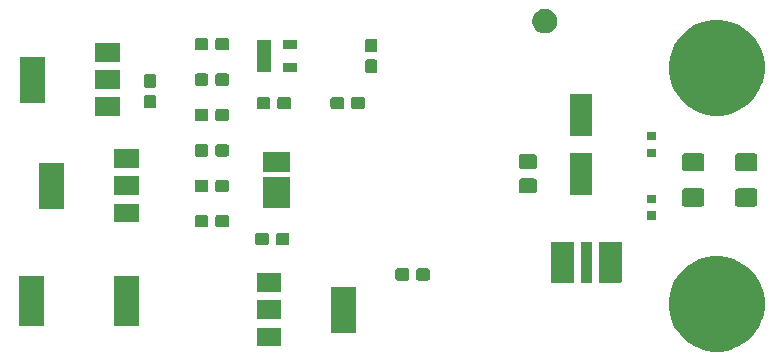
<source format=gbr>
G04 #@! TF.GenerationSoftware,KiCad,Pcbnew,5.1.6+dfsg1-1*
G04 #@! TF.CreationDate,2020-07-15T23:43:31+02:00*
G04 #@! TF.ProjectId,continuity,636f6e74-696e-4756-9974-792e6b696361,rev?*
G04 #@! TF.SameCoordinates,Original*
G04 #@! TF.FileFunction,Soldermask,Top*
G04 #@! TF.FilePolarity,Negative*
%FSLAX46Y46*%
G04 Gerber Fmt 4.6, Leading zero omitted, Abs format (unit mm)*
G04 Created by KiCad (PCBNEW 5.1.6+dfsg1-1) date 2020-07-15 23:43:31*
%MOMM*%
%LPD*%
G01*
G04 APERTURE LIST*
%ADD10C,0.100000*%
G04 APERTURE END LIST*
D10*
G36*
X154681632Y-88604677D02*
G01*
X154987005Y-88731167D01*
X155418868Y-88910050D01*
X156082362Y-89353383D01*
X156646617Y-89917638D01*
X157089950Y-90581132D01*
X157160664Y-90751852D01*
X157395323Y-91318368D01*
X157551000Y-92101010D01*
X157551000Y-92898990D01*
X157395323Y-93681632D01*
X157345879Y-93801000D01*
X157089950Y-94418868D01*
X156646617Y-95082362D01*
X156082362Y-95646617D01*
X155418868Y-96089950D01*
X154987005Y-96268833D01*
X154681632Y-96395323D01*
X153898990Y-96551000D01*
X153101010Y-96551000D01*
X152318368Y-96395323D01*
X152012995Y-96268833D01*
X151581132Y-96089950D01*
X150917638Y-95646617D01*
X150353383Y-95082362D01*
X149910050Y-94418868D01*
X149654121Y-93801000D01*
X149604677Y-93681632D01*
X149449000Y-92898990D01*
X149449000Y-92101010D01*
X149604677Y-91318368D01*
X149839336Y-90751852D01*
X149910050Y-90581132D01*
X150353383Y-89917638D01*
X150917638Y-89353383D01*
X151581132Y-88910050D01*
X152012995Y-88731167D01*
X152318368Y-88604677D01*
X153101010Y-88449000D01*
X153898990Y-88449000D01*
X154681632Y-88604677D01*
G37*
G36*
X116651000Y-96101000D02*
G01*
X114549000Y-96101000D01*
X114549000Y-94499000D01*
X116651000Y-94499000D01*
X116651000Y-96101000D01*
G37*
G36*
X122951000Y-94951000D02*
G01*
X120849000Y-94951000D01*
X120849000Y-91049000D01*
X122951000Y-91049000D01*
X122951000Y-94951000D01*
G37*
G36*
X96551000Y-94401000D02*
G01*
X94449000Y-94401000D01*
X94449000Y-90099000D01*
X96551000Y-90099000D01*
X96551000Y-94401000D01*
G37*
G36*
X104551000Y-94401000D02*
G01*
X102449000Y-94401000D01*
X102449000Y-90099000D01*
X104551000Y-90099000D01*
X104551000Y-94401000D01*
G37*
G36*
X116651000Y-93801000D02*
G01*
X114549000Y-93801000D01*
X114549000Y-92199000D01*
X116651000Y-92199000D01*
X116651000Y-93801000D01*
G37*
G36*
X116651000Y-91501000D02*
G01*
X114549000Y-91501000D01*
X114549000Y-89899000D01*
X116651000Y-89899000D01*
X116651000Y-91501000D01*
G37*
G36*
X145459999Y-87249737D02*
G01*
X145469608Y-87252652D01*
X145478472Y-87257390D01*
X145486237Y-87263763D01*
X145492610Y-87271528D01*
X145497348Y-87280392D01*
X145500263Y-87290001D01*
X145501852Y-87306140D01*
X145501852Y-90523860D01*
X145500263Y-90539999D01*
X145497348Y-90549608D01*
X145492610Y-90558472D01*
X145482323Y-90571007D01*
X145321007Y-90732323D01*
X145308472Y-90742610D01*
X145299608Y-90747348D01*
X145289999Y-90750263D01*
X145273860Y-90751852D01*
X143606140Y-90751852D01*
X143590001Y-90750263D01*
X143580392Y-90747348D01*
X143571528Y-90742610D01*
X143563763Y-90736237D01*
X143557390Y-90728472D01*
X143552652Y-90719608D01*
X143549737Y-90709999D01*
X143548148Y-90693860D01*
X143548148Y-87306140D01*
X143549737Y-87290001D01*
X143552652Y-87280392D01*
X143557390Y-87271528D01*
X143563763Y-87263763D01*
X143571528Y-87257390D01*
X143580392Y-87252652D01*
X143590001Y-87249737D01*
X143606140Y-87248148D01*
X145443860Y-87248148D01*
X145459999Y-87249737D01*
G37*
G36*
X142951000Y-90751000D02*
G01*
X142049000Y-90751000D01*
X142049000Y-87249000D01*
X142951000Y-87249000D01*
X142951000Y-90751000D01*
G37*
G36*
X141451000Y-90751000D02*
G01*
X139499000Y-90751000D01*
X139499000Y-87249000D01*
X141451000Y-87249000D01*
X141451000Y-90751000D01*
G37*
G36*
X129039499Y-89478445D02*
G01*
X129076995Y-89489820D01*
X129111554Y-89508292D01*
X129141847Y-89533153D01*
X129166708Y-89563446D01*
X129185180Y-89598005D01*
X129196555Y-89635501D01*
X129201000Y-89680638D01*
X129201000Y-90319362D01*
X129196555Y-90364499D01*
X129185180Y-90401995D01*
X129166708Y-90436554D01*
X129141847Y-90466847D01*
X129111554Y-90491708D01*
X129076995Y-90510180D01*
X129039499Y-90521555D01*
X128994362Y-90526000D01*
X128255638Y-90526000D01*
X128210501Y-90521555D01*
X128173005Y-90510180D01*
X128138446Y-90491708D01*
X128108153Y-90466847D01*
X128083292Y-90436554D01*
X128064820Y-90401995D01*
X128053445Y-90364499D01*
X128049000Y-90319362D01*
X128049000Y-89680638D01*
X128053445Y-89635501D01*
X128064820Y-89598005D01*
X128083292Y-89563446D01*
X128108153Y-89533153D01*
X128138446Y-89508292D01*
X128173005Y-89489820D01*
X128210501Y-89478445D01*
X128255638Y-89474000D01*
X128994362Y-89474000D01*
X129039499Y-89478445D01*
G37*
G36*
X127289499Y-89478445D02*
G01*
X127326995Y-89489820D01*
X127361554Y-89508292D01*
X127391847Y-89533153D01*
X127416708Y-89563446D01*
X127435180Y-89598005D01*
X127446555Y-89635501D01*
X127451000Y-89680638D01*
X127451000Y-90319362D01*
X127446555Y-90364499D01*
X127435180Y-90401995D01*
X127416708Y-90436554D01*
X127391847Y-90466847D01*
X127361554Y-90491708D01*
X127326995Y-90510180D01*
X127289499Y-90521555D01*
X127244362Y-90526000D01*
X126505638Y-90526000D01*
X126460501Y-90521555D01*
X126423005Y-90510180D01*
X126388446Y-90491708D01*
X126358153Y-90466847D01*
X126333292Y-90436554D01*
X126314820Y-90401995D01*
X126303445Y-90364499D01*
X126299000Y-90319362D01*
X126299000Y-89680638D01*
X126303445Y-89635501D01*
X126314820Y-89598005D01*
X126333292Y-89563446D01*
X126358153Y-89533153D01*
X126388446Y-89508292D01*
X126423005Y-89489820D01*
X126460501Y-89478445D01*
X126505638Y-89474000D01*
X127244362Y-89474000D01*
X127289499Y-89478445D01*
G37*
G36*
X115414499Y-86478445D02*
G01*
X115451995Y-86489820D01*
X115486554Y-86508292D01*
X115516847Y-86533153D01*
X115541708Y-86563446D01*
X115560180Y-86598005D01*
X115571555Y-86635501D01*
X115576000Y-86680638D01*
X115576000Y-87319362D01*
X115571555Y-87364499D01*
X115560180Y-87401995D01*
X115541708Y-87436554D01*
X115516847Y-87466847D01*
X115486554Y-87491708D01*
X115451995Y-87510180D01*
X115414499Y-87521555D01*
X115369362Y-87526000D01*
X114630638Y-87526000D01*
X114585501Y-87521555D01*
X114548005Y-87510180D01*
X114513446Y-87491708D01*
X114483153Y-87466847D01*
X114458292Y-87436554D01*
X114439820Y-87401995D01*
X114428445Y-87364499D01*
X114424000Y-87319362D01*
X114424000Y-86680638D01*
X114428445Y-86635501D01*
X114439820Y-86598005D01*
X114458292Y-86563446D01*
X114483153Y-86533153D01*
X114513446Y-86508292D01*
X114548005Y-86489820D01*
X114585501Y-86478445D01*
X114630638Y-86474000D01*
X115369362Y-86474000D01*
X115414499Y-86478445D01*
G37*
G36*
X117164499Y-86478445D02*
G01*
X117201995Y-86489820D01*
X117236554Y-86508292D01*
X117266847Y-86533153D01*
X117291708Y-86563446D01*
X117310180Y-86598005D01*
X117321555Y-86635501D01*
X117326000Y-86680638D01*
X117326000Y-87319362D01*
X117321555Y-87364499D01*
X117310180Y-87401995D01*
X117291708Y-87436554D01*
X117266847Y-87466847D01*
X117236554Y-87491708D01*
X117201995Y-87510180D01*
X117164499Y-87521555D01*
X117119362Y-87526000D01*
X116380638Y-87526000D01*
X116335501Y-87521555D01*
X116298005Y-87510180D01*
X116263446Y-87491708D01*
X116233153Y-87466847D01*
X116208292Y-87436554D01*
X116189820Y-87401995D01*
X116178445Y-87364499D01*
X116174000Y-87319362D01*
X116174000Y-86680638D01*
X116178445Y-86635501D01*
X116189820Y-86598005D01*
X116208292Y-86563446D01*
X116233153Y-86533153D01*
X116263446Y-86508292D01*
X116298005Y-86489820D01*
X116335501Y-86478445D01*
X116380638Y-86474000D01*
X117119362Y-86474000D01*
X117164499Y-86478445D01*
G37*
G36*
X112039499Y-84978445D02*
G01*
X112076995Y-84989820D01*
X112111554Y-85008292D01*
X112141847Y-85033153D01*
X112166708Y-85063446D01*
X112185180Y-85098005D01*
X112196555Y-85135501D01*
X112201000Y-85180638D01*
X112201000Y-85819362D01*
X112196555Y-85864499D01*
X112185180Y-85901995D01*
X112166708Y-85936554D01*
X112141847Y-85966847D01*
X112111554Y-85991708D01*
X112076995Y-86010180D01*
X112039499Y-86021555D01*
X111994362Y-86026000D01*
X111255638Y-86026000D01*
X111210501Y-86021555D01*
X111173005Y-86010180D01*
X111138446Y-85991708D01*
X111108153Y-85966847D01*
X111083292Y-85936554D01*
X111064820Y-85901995D01*
X111053445Y-85864499D01*
X111049000Y-85819362D01*
X111049000Y-85180638D01*
X111053445Y-85135501D01*
X111064820Y-85098005D01*
X111083292Y-85063446D01*
X111108153Y-85033153D01*
X111138446Y-85008292D01*
X111173005Y-84989820D01*
X111210501Y-84978445D01*
X111255638Y-84974000D01*
X111994362Y-84974000D01*
X112039499Y-84978445D01*
G37*
G36*
X110289499Y-84978445D02*
G01*
X110326995Y-84989820D01*
X110361554Y-85008292D01*
X110391847Y-85033153D01*
X110416708Y-85063446D01*
X110435180Y-85098005D01*
X110446555Y-85135501D01*
X110451000Y-85180638D01*
X110451000Y-85819362D01*
X110446555Y-85864499D01*
X110435180Y-85901995D01*
X110416708Y-85936554D01*
X110391847Y-85966847D01*
X110361554Y-85991708D01*
X110326995Y-86010180D01*
X110289499Y-86021555D01*
X110244362Y-86026000D01*
X109505638Y-86026000D01*
X109460501Y-86021555D01*
X109423005Y-86010180D01*
X109388446Y-85991708D01*
X109358153Y-85966847D01*
X109333292Y-85936554D01*
X109314820Y-85901995D01*
X109303445Y-85864499D01*
X109299000Y-85819362D01*
X109299000Y-85180638D01*
X109303445Y-85135501D01*
X109314820Y-85098005D01*
X109333292Y-85063446D01*
X109358153Y-85033153D01*
X109388446Y-85008292D01*
X109423005Y-84989820D01*
X109460501Y-84978445D01*
X109505638Y-84974000D01*
X110244362Y-84974000D01*
X110289499Y-84978445D01*
G37*
G36*
X104551000Y-85601000D02*
G01*
X102449000Y-85601000D01*
X102449000Y-83999000D01*
X104551000Y-83999000D01*
X104551000Y-85601000D01*
G37*
G36*
X148401000Y-85351000D02*
G01*
X147599000Y-85351000D01*
X147599000Y-84649000D01*
X148401000Y-84649000D01*
X148401000Y-85351000D01*
G37*
G36*
X98251000Y-84451000D02*
G01*
X96149000Y-84451000D01*
X96149000Y-80549000D01*
X98251000Y-80549000D01*
X98251000Y-84451000D01*
G37*
G36*
X117401000Y-84351000D02*
G01*
X115099000Y-84351000D01*
X115099000Y-81749000D01*
X117401000Y-81749000D01*
X117401000Y-84351000D01*
G37*
G36*
X156775562Y-82728181D02*
G01*
X156810481Y-82738774D01*
X156842663Y-82755976D01*
X156870873Y-82779127D01*
X156894024Y-82807337D01*
X156911226Y-82839519D01*
X156921819Y-82874438D01*
X156926000Y-82916895D01*
X156926000Y-84058105D01*
X156921819Y-84100562D01*
X156911226Y-84135481D01*
X156894024Y-84167663D01*
X156870873Y-84195873D01*
X156842663Y-84219024D01*
X156810481Y-84236226D01*
X156775562Y-84246819D01*
X156733105Y-84251000D01*
X155266895Y-84251000D01*
X155224438Y-84246819D01*
X155189519Y-84236226D01*
X155157337Y-84219024D01*
X155129127Y-84195873D01*
X155105976Y-84167663D01*
X155088774Y-84135481D01*
X155078181Y-84100562D01*
X155074000Y-84058105D01*
X155074000Y-82916895D01*
X155078181Y-82874438D01*
X155088774Y-82839519D01*
X155105976Y-82807337D01*
X155129127Y-82779127D01*
X155157337Y-82755976D01*
X155189519Y-82738774D01*
X155224438Y-82728181D01*
X155266895Y-82724000D01*
X156733105Y-82724000D01*
X156775562Y-82728181D01*
G37*
G36*
X152275562Y-82728181D02*
G01*
X152310481Y-82738774D01*
X152342663Y-82755976D01*
X152370873Y-82779127D01*
X152394024Y-82807337D01*
X152411226Y-82839519D01*
X152421819Y-82874438D01*
X152426000Y-82916895D01*
X152426000Y-84058105D01*
X152421819Y-84100562D01*
X152411226Y-84135481D01*
X152394024Y-84167663D01*
X152370873Y-84195873D01*
X152342663Y-84219024D01*
X152310481Y-84236226D01*
X152275562Y-84246819D01*
X152233105Y-84251000D01*
X150766895Y-84251000D01*
X150724438Y-84246819D01*
X150689519Y-84236226D01*
X150657337Y-84219024D01*
X150629127Y-84195873D01*
X150605976Y-84167663D01*
X150588774Y-84135481D01*
X150578181Y-84100562D01*
X150574000Y-84058105D01*
X150574000Y-82916895D01*
X150578181Y-82874438D01*
X150588774Y-82839519D01*
X150605976Y-82807337D01*
X150629127Y-82779127D01*
X150657337Y-82755976D01*
X150689519Y-82738774D01*
X150724438Y-82728181D01*
X150766895Y-82724000D01*
X152233105Y-82724000D01*
X152275562Y-82728181D01*
G37*
G36*
X148401000Y-83951000D02*
G01*
X147599000Y-83951000D01*
X147599000Y-83249000D01*
X148401000Y-83249000D01*
X148401000Y-83951000D01*
G37*
G36*
X142951000Y-83301000D02*
G01*
X141049000Y-83301000D01*
X141049000Y-79699000D01*
X142951000Y-79699000D01*
X142951000Y-83301000D01*
G37*
G36*
X104551000Y-83301000D02*
G01*
X102449000Y-83301000D01*
X102449000Y-81699000D01*
X104551000Y-81699000D01*
X104551000Y-83301000D01*
G37*
G36*
X138088674Y-81878465D02*
G01*
X138126367Y-81889899D01*
X138161103Y-81908466D01*
X138191548Y-81933452D01*
X138216534Y-81963897D01*
X138235101Y-81998633D01*
X138246535Y-82036326D01*
X138251000Y-82081661D01*
X138251000Y-82918339D01*
X138246535Y-82963674D01*
X138235101Y-83001367D01*
X138216534Y-83036103D01*
X138191548Y-83066548D01*
X138161103Y-83091534D01*
X138126367Y-83110101D01*
X138088674Y-83121535D01*
X138043339Y-83126000D01*
X136956661Y-83126000D01*
X136911326Y-83121535D01*
X136873633Y-83110101D01*
X136838897Y-83091534D01*
X136808452Y-83066548D01*
X136783466Y-83036103D01*
X136764899Y-83001367D01*
X136753465Y-82963674D01*
X136749000Y-82918339D01*
X136749000Y-82081661D01*
X136753465Y-82036326D01*
X136764899Y-81998633D01*
X136783466Y-81963897D01*
X136808452Y-81933452D01*
X136838897Y-81908466D01*
X136873633Y-81889899D01*
X136911326Y-81878465D01*
X136956661Y-81874000D01*
X138043339Y-81874000D01*
X138088674Y-81878465D01*
G37*
G36*
X110289499Y-81978445D02*
G01*
X110326995Y-81989820D01*
X110361554Y-82008292D01*
X110391847Y-82033153D01*
X110416708Y-82063446D01*
X110435180Y-82098005D01*
X110446555Y-82135501D01*
X110451000Y-82180638D01*
X110451000Y-82819362D01*
X110446555Y-82864499D01*
X110435180Y-82901995D01*
X110416708Y-82936554D01*
X110391847Y-82966847D01*
X110361554Y-82991708D01*
X110326995Y-83010180D01*
X110289499Y-83021555D01*
X110244362Y-83026000D01*
X109505638Y-83026000D01*
X109460501Y-83021555D01*
X109423005Y-83010180D01*
X109388446Y-82991708D01*
X109358153Y-82966847D01*
X109333292Y-82936554D01*
X109314820Y-82901995D01*
X109303445Y-82864499D01*
X109299000Y-82819362D01*
X109299000Y-82180638D01*
X109303445Y-82135501D01*
X109314820Y-82098005D01*
X109333292Y-82063446D01*
X109358153Y-82033153D01*
X109388446Y-82008292D01*
X109423005Y-81989820D01*
X109460501Y-81978445D01*
X109505638Y-81974000D01*
X110244362Y-81974000D01*
X110289499Y-81978445D01*
G37*
G36*
X112039499Y-81978445D02*
G01*
X112076995Y-81989820D01*
X112111554Y-82008292D01*
X112141847Y-82033153D01*
X112166708Y-82063446D01*
X112185180Y-82098005D01*
X112196555Y-82135501D01*
X112201000Y-82180638D01*
X112201000Y-82819362D01*
X112196555Y-82864499D01*
X112185180Y-82901995D01*
X112166708Y-82936554D01*
X112141847Y-82966847D01*
X112111554Y-82991708D01*
X112076995Y-83010180D01*
X112039499Y-83021555D01*
X111994362Y-83026000D01*
X111255638Y-83026000D01*
X111210501Y-83021555D01*
X111173005Y-83010180D01*
X111138446Y-82991708D01*
X111108153Y-82966847D01*
X111083292Y-82936554D01*
X111064820Y-82901995D01*
X111053445Y-82864499D01*
X111049000Y-82819362D01*
X111049000Y-82180638D01*
X111053445Y-82135501D01*
X111064820Y-82098005D01*
X111083292Y-82063446D01*
X111108153Y-82033153D01*
X111138446Y-82008292D01*
X111173005Y-81989820D01*
X111210501Y-81978445D01*
X111255638Y-81974000D01*
X111994362Y-81974000D01*
X112039499Y-81978445D01*
G37*
G36*
X117401000Y-81301000D02*
G01*
X115099000Y-81301000D01*
X115099000Y-79649000D01*
X117401000Y-79649000D01*
X117401000Y-81301000D01*
G37*
G36*
X152275562Y-79753181D02*
G01*
X152310481Y-79763774D01*
X152342663Y-79780976D01*
X152370873Y-79804127D01*
X152394024Y-79832337D01*
X152411226Y-79864519D01*
X152421819Y-79899438D01*
X152426000Y-79941895D01*
X152426000Y-81083105D01*
X152421819Y-81125562D01*
X152411226Y-81160481D01*
X152394024Y-81192663D01*
X152370873Y-81220873D01*
X152342663Y-81244024D01*
X152310481Y-81261226D01*
X152275562Y-81271819D01*
X152233105Y-81276000D01*
X150766895Y-81276000D01*
X150724438Y-81271819D01*
X150689519Y-81261226D01*
X150657337Y-81244024D01*
X150629127Y-81220873D01*
X150605976Y-81192663D01*
X150588774Y-81160481D01*
X150578181Y-81125562D01*
X150574000Y-81083105D01*
X150574000Y-79941895D01*
X150578181Y-79899438D01*
X150588774Y-79864519D01*
X150605976Y-79832337D01*
X150629127Y-79804127D01*
X150657337Y-79780976D01*
X150689519Y-79763774D01*
X150724438Y-79753181D01*
X150766895Y-79749000D01*
X152233105Y-79749000D01*
X152275562Y-79753181D01*
G37*
G36*
X156775562Y-79753181D02*
G01*
X156810481Y-79763774D01*
X156842663Y-79780976D01*
X156870873Y-79804127D01*
X156894024Y-79832337D01*
X156911226Y-79864519D01*
X156921819Y-79899438D01*
X156926000Y-79941895D01*
X156926000Y-81083105D01*
X156921819Y-81125562D01*
X156911226Y-81160481D01*
X156894024Y-81192663D01*
X156870873Y-81220873D01*
X156842663Y-81244024D01*
X156810481Y-81261226D01*
X156775562Y-81271819D01*
X156733105Y-81276000D01*
X155266895Y-81276000D01*
X155224438Y-81271819D01*
X155189519Y-81261226D01*
X155157337Y-81244024D01*
X155129127Y-81220873D01*
X155105976Y-81192663D01*
X155088774Y-81160481D01*
X155078181Y-81125562D01*
X155074000Y-81083105D01*
X155074000Y-79941895D01*
X155078181Y-79899438D01*
X155088774Y-79864519D01*
X155105976Y-79832337D01*
X155129127Y-79804127D01*
X155157337Y-79780976D01*
X155189519Y-79763774D01*
X155224438Y-79753181D01*
X155266895Y-79749000D01*
X156733105Y-79749000D01*
X156775562Y-79753181D01*
G37*
G36*
X138088674Y-79828465D02*
G01*
X138126367Y-79839899D01*
X138161103Y-79858466D01*
X138191548Y-79883452D01*
X138216534Y-79913897D01*
X138235101Y-79948633D01*
X138246535Y-79986326D01*
X138251000Y-80031661D01*
X138251000Y-80868339D01*
X138246535Y-80913674D01*
X138235101Y-80951367D01*
X138216534Y-80986103D01*
X138191548Y-81016548D01*
X138161103Y-81041534D01*
X138126367Y-81060101D01*
X138088674Y-81071535D01*
X138043339Y-81076000D01*
X136956661Y-81076000D01*
X136911326Y-81071535D01*
X136873633Y-81060101D01*
X136838897Y-81041534D01*
X136808452Y-81016548D01*
X136783466Y-80986103D01*
X136764899Y-80951367D01*
X136753465Y-80913674D01*
X136749000Y-80868339D01*
X136749000Y-80031661D01*
X136753465Y-79986326D01*
X136764899Y-79948633D01*
X136783466Y-79913897D01*
X136808452Y-79883452D01*
X136838897Y-79858466D01*
X136873633Y-79839899D01*
X136911326Y-79828465D01*
X136956661Y-79824000D01*
X138043339Y-79824000D01*
X138088674Y-79828465D01*
G37*
G36*
X104551000Y-81001000D02*
G01*
X102449000Y-81001000D01*
X102449000Y-79399000D01*
X104551000Y-79399000D01*
X104551000Y-81001000D01*
G37*
G36*
X148401000Y-80051000D02*
G01*
X147599000Y-80051000D01*
X147599000Y-79349000D01*
X148401000Y-79349000D01*
X148401000Y-80051000D01*
G37*
G36*
X112039499Y-78978445D02*
G01*
X112076995Y-78989820D01*
X112111554Y-79008292D01*
X112141847Y-79033153D01*
X112166708Y-79063446D01*
X112185180Y-79098005D01*
X112196555Y-79135501D01*
X112201000Y-79180638D01*
X112201000Y-79819362D01*
X112196555Y-79864499D01*
X112185180Y-79901995D01*
X112166708Y-79936554D01*
X112141847Y-79966847D01*
X112111554Y-79991708D01*
X112076995Y-80010180D01*
X112039499Y-80021555D01*
X111994362Y-80026000D01*
X111255638Y-80026000D01*
X111210501Y-80021555D01*
X111173005Y-80010180D01*
X111138446Y-79991708D01*
X111108153Y-79966847D01*
X111083292Y-79936554D01*
X111064820Y-79901995D01*
X111053445Y-79864499D01*
X111049000Y-79819362D01*
X111049000Y-79180638D01*
X111053445Y-79135501D01*
X111064820Y-79098005D01*
X111083292Y-79063446D01*
X111108153Y-79033153D01*
X111138446Y-79008292D01*
X111173005Y-78989820D01*
X111210501Y-78978445D01*
X111255638Y-78974000D01*
X111994362Y-78974000D01*
X112039499Y-78978445D01*
G37*
G36*
X110289499Y-78978445D02*
G01*
X110326995Y-78989820D01*
X110361554Y-79008292D01*
X110391847Y-79033153D01*
X110416708Y-79063446D01*
X110435180Y-79098005D01*
X110446555Y-79135501D01*
X110451000Y-79180638D01*
X110451000Y-79819362D01*
X110446555Y-79864499D01*
X110435180Y-79901995D01*
X110416708Y-79936554D01*
X110391847Y-79966847D01*
X110361554Y-79991708D01*
X110326995Y-80010180D01*
X110289499Y-80021555D01*
X110244362Y-80026000D01*
X109505638Y-80026000D01*
X109460501Y-80021555D01*
X109423005Y-80010180D01*
X109388446Y-79991708D01*
X109358153Y-79966847D01*
X109333292Y-79936554D01*
X109314820Y-79901995D01*
X109303445Y-79864499D01*
X109299000Y-79819362D01*
X109299000Y-79180638D01*
X109303445Y-79135501D01*
X109314820Y-79098005D01*
X109333292Y-79063446D01*
X109358153Y-79033153D01*
X109388446Y-79008292D01*
X109423005Y-78989820D01*
X109460501Y-78978445D01*
X109505638Y-78974000D01*
X110244362Y-78974000D01*
X110289499Y-78978445D01*
G37*
G36*
X148401000Y-78651000D02*
G01*
X147599000Y-78651000D01*
X147599000Y-77949000D01*
X148401000Y-77949000D01*
X148401000Y-78651000D01*
G37*
G36*
X142951000Y-78301000D02*
G01*
X141049000Y-78301000D01*
X141049000Y-74699000D01*
X142951000Y-74699000D01*
X142951000Y-78301000D01*
G37*
G36*
X112039499Y-75978445D02*
G01*
X112076995Y-75989820D01*
X112111554Y-76008292D01*
X112141847Y-76033153D01*
X112166708Y-76063446D01*
X112185180Y-76098005D01*
X112196555Y-76135501D01*
X112201000Y-76180638D01*
X112201000Y-76819362D01*
X112196555Y-76864499D01*
X112185180Y-76901995D01*
X112166708Y-76936554D01*
X112141847Y-76966847D01*
X112111554Y-76991708D01*
X112076995Y-77010180D01*
X112039499Y-77021555D01*
X111994362Y-77026000D01*
X111255638Y-77026000D01*
X111210501Y-77021555D01*
X111173005Y-77010180D01*
X111138446Y-76991708D01*
X111108153Y-76966847D01*
X111083292Y-76936554D01*
X111064820Y-76901995D01*
X111053445Y-76864499D01*
X111049000Y-76819362D01*
X111049000Y-76180638D01*
X111053445Y-76135501D01*
X111064820Y-76098005D01*
X111083292Y-76063446D01*
X111108153Y-76033153D01*
X111138446Y-76008292D01*
X111173005Y-75989820D01*
X111210501Y-75978445D01*
X111255638Y-75974000D01*
X111994362Y-75974000D01*
X112039499Y-75978445D01*
G37*
G36*
X110289499Y-75978445D02*
G01*
X110326995Y-75989820D01*
X110361554Y-76008292D01*
X110391847Y-76033153D01*
X110416708Y-76063446D01*
X110435180Y-76098005D01*
X110446555Y-76135501D01*
X110451000Y-76180638D01*
X110451000Y-76819362D01*
X110446555Y-76864499D01*
X110435180Y-76901995D01*
X110416708Y-76936554D01*
X110391847Y-76966847D01*
X110361554Y-76991708D01*
X110326995Y-77010180D01*
X110289499Y-77021555D01*
X110244362Y-77026000D01*
X109505638Y-77026000D01*
X109460501Y-77021555D01*
X109423005Y-77010180D01*
X109388446Y-76991708D01*
X109358153Y-76966847D01*
X109333292Y-76936554D01*
X109314820Y-76901995D01*
X109303445Y-76864499D01*
X109299000Y-76819362D01*
X109299000Y-76180638D01*
X109303445Y-76135501D01*
X109314820Y-76098005D01*
X109333292Y-76063446D01*
X109358153Y-76033153D01*
X109388446Y-76008292D01*
X109423005Y-75989820D01*
X109460501Y-75978445D01*
X109505638Y-75974000D01*
X110244362Y-75974000D01*
X110289499Y-75978445D01*
G37*
G36*
X102951000Y-76601000D02*
G01*
X100849000Y-76601000D01*
X100849000Y-74999000D01*
X102951000Y-74999000D01*
X102951000Y-76601000D01*
G37*
G36*
X154681632Y-68604677D02*
G01*
X154987005Y-68731167D01*
X155418868Y-68910050D01*
X156082362Y-69353383D01*
X156646617Y-69917638D01*
X157089950Y-70581132D01*
X157237170Y-70936554D01*
X157395323Y-71318368D01*
X157551000Y-72101010D01*
X157551000Y-72898990D01*
X157395323Y-73681632D01*
X157361619Y-73763000D01*
X157089950Y-74418868D01*
X156646617Y-75082362D01*
X156082362Y-75646617D01*
X155418868Y-76089950D01*
X155063857Y-76237000D01*
X154681632Y-76395323D01*
X153898990Y-76551000D01*
X153101010Y-76551000D01*
X152318368Y-76395323D01*
X151936143Y-76237000D01*
X151581132Y-76089950D01*
X150917638Y-75646617D01*
X150353383Y-75082362D01*
X149910050Y-74418868D01*
X149638381Y-73763000D01*
X149604677Y-73681632D01*
X149449000Y-72898990D01*
X149449000Y-72101010D01*
X149604677Y-71318368D01*
X149762830Y-70936554D01*
X149910050Y-70581132D01*
X150353383Y-69917638D01*
X150917638Y-69353383D01*
X151581132Y-68910050D01*
X152012995Y-68731167D01*
X152318368Y-68604677D01*
X153101010Y-68449000D01*
X153898990Y-68449000D01*
X154681632Y-68604677D01*
G37*
G36*
X115539499Y-74978445D02*
G01*
X115576995Y-74989820D01*
X115611554Y-75008292D01*
X115641847Y-75033153D01*
X115666708Y-75063446D01*
X115685180Y-75098005D01*
X115696555Y-75135501D01*
X115701000Y-75180638D01*
X115701000Y-75819362D01*
X115696555Y-75864499D01*
X115685180Y-75901995D01*
X115666708Y-75936554D01*
X115641847Y-75966847D01*
X115611554Y-75991708D01*
X115576995Y-76010180D01*
X115539499Y-76021555D01*
X115494362Y-76026000D01*
X114755638Y-76026000D01*
X114710501Y-76021555D01*
X114673005Y-76010180D01*
X114638446Y-75991708D01*
X114608153Y-75966847D01*
X114583292Y-75936554D01*
X114564820Y-75901995D01*
X114553445Y-75864499D01*
X114549000Y-75819362D01*
X114549000Y-75180638D01*
X114553445Y-75135501D01*
X114564820Y-75098005D01*
X114583292Y-75063446D01*
X114608153Y-75033153D01*
X114638446Y-75008292D01*
X114673005Y-74989820D01*
X114710501Y-74978445D01*
X114755638Y-74974000D01*
X115494362Y-74974000D01*
X115539499Y-74978445D01*
G37*
G36*
X117289499Y-74978445D02*
G01*
X117326995Y-74989820D01*
X117361554Y-75008292D01*
X117391847Y-75033153D01*
X117416708Y-75063446D01*
X117435180Y-75098005D01*
X117446555Y-75135501D01*
X117451000Y-75180638D01*
X117451000Y-75819362D01*
X117446555Y-75864499D01*
X117435180Y-75901995D01*
X117416708Y-75936554D01*
X117391847Y-75966847D01*
X117361554Y-75991708D01*
X117326995Y-76010180D01*
X117289499Y-76021555D01*
X117244362Y-76026000D01*
X116505638Y-76026000D01*
X116460501Y-76021555D01*
X116423005Y-76010180D01*
X116388446Y-75991708D01*
X116358153Y-75966847D01*
X116333292Y-75936554D01*
X116314820Y-75901995D01*
X116303445Y-75864499D01*
X116299000Y-75819362D01*
X116299000Y-75180638D01*
X116303445Y-75135501D01*
X116314820Y-75098005D01*
X116333292Y-75063446D01*
X116358153Y-75033153D01*
X116388446Y-75008292D01*
X116423005Y-74989820D01*
X116460501Y-74978445D01*
X116505638Y-74974000D01*
X117244362Y-74974000D01*
X117289499Y-74978445D01*
G37*
G36*
X123539499Y-74978445D02*
G01*
X123576995Y-74989820D01*
X123611554Y-75008292D01*
X123641847Y-75033153D01*
X123666708Y-75063446D01*
X123685180Y-75098005D01*
X123696555Y-75135501D01*
X123701000Y-75180638D01*
X123701000Y-75819362D01*
X123696555Y-75864499D01*
X123685180Y-75901995D01*
X123666708Y-75936554D01*
X123641847Y-75966847D01*
X123611554Y-75991708D01*
X123576995Y-76010180D01*
X123539499Y-76021555D01*
X123494362Y-76026000D01*
X122755638Y-76026000D01*
X122710501Y-76021555D01*
X122673005Y-76010180D01*
X122638446Y-75991708D01*
X122608153Y-75966847D01*
X122583292Y-75936554D01*
X122564820Y-75901995D01*
X122553445Y-75864499D01*
X122549000Y-75819362D01*
X122549000Y-75180638D01*
X122553445Y-75135501D01*
X122564820Y-75098005D01*
X122583292Y-75063446D01*
X122608153Y-75033153D01*
X122638446Y-75008292D01*
X122673005Y-74989820D01*
X122710501Y-74978445D01*
X122755638Y-74974000D01*
X123494362Y-74974000D01*
X123539499Y-74978445D01*
G37*
G36*
X121789499Y-74978445D02*
G01*
X121826995Y-74989820D01*
X121861554Y-75008292D01*
X121891847Y-75033153D01*
X121916708Y-75063446D01*
X121935180Y-75098005D01*
X121946555Y-75135501D01*
X121951000Y-75180638D01*
X121951000Y-75819362D01*
X121946555Y-75864499D01*
X121935180Y-75901995D01*
X121916708Y-75936554D01*
X121891847Y-75966847D01*
X121861554Y-75991708D01*
X121826995Y-76010180D01*
X121789499Y-76021555D01*
X121744362Y-76026000D01*
X121005638Y-76026000D01*
X120960501Y-76021555D01*
X120923005Y-76010180D01*
X120888446Y-75991708D01*
X120858153Y-75966847D01*
X120833292Y-75936554D01*
X120814820Y-75901995D01*
X120803445Y-75864499D01*
X120799000Y-75819362D01*
X120799000Y-75180638D01*
X120803445Y-75135501D01*
X120814820Y-75098005D01*
X120833292Y-75063446D01*
X120858153Y-75033153D01*
X120888446Y-75008292D01*
X120923005Y-74989820D01*
X120960501Y-74978445D01*
X121005638Y-74974000D01*
X121744362Y-74974000D01*
X121789499Y-74978445D01*
G37*
G36*
X105864499Y-74803445D02*
G01*
X105901995Y-74814820D01*
X105936554Y-74833292D01*
X105966847Y-74858153D01*
X105991708Y-74888446D01*
X106010180Y-74923005D01*
X106021555Y-74960501D01*
X106026000Y-75005638D01*
X106026000Y-75744362D01*
X106021555Y-75789499D01*
X106010180Y-75826995D01*
X105991708Y-75861554D01*
X105966847Y-75891847D01*
X105936554Y-75916708D01*
X105901995Y-75935180D01*
X105864499Y-75946555D01*
X105819362Y-75951000D01*
X105180638Y-75951000D01*
X105135501Y-75946555D01*
X105098005Y-75935180D01*
X105063446Y-75916708D01*
X105033153Y-75891847D01*
X105008292Y-75861554D01*
X104989820Y-75826995D01*
X104978445Y-75789499D01*
X104974000Y-75744362D01*
X104974000Y-75005638D01*
X104978445Y-74960501D01*
X104989820Y-74923005D01*
X105008292Y-74888446D01*
X105033153Y-74858153D01*
X105063446Y-74833292D01*
X105098005Y-74814820D01*
X105135501Y-74803445D01*
X105180638Y-74799000D01*
X105819362Y-74799000D01*
X105864499Y-74803445D01*
G37*
G36*
X96651000Y-75451000D02*
G01*
X94549000Y-75451000D01*
X94549000Y-71549000D01*
X96651000Y-71549000D01*
X96651000Y-75451000D01*
G37*
G36*
X102951000Y-74301000D02*
G01*
X100849000Y-74301000D01*
X100849000Y-72699000D01*
X102951000Y-72699000D01*
X102951000Y-74301000D01*
G37*
G36*
X105864499Y-73053445D02*
G01*
X105901995Y-73064820D01*
X105936554Y-73083292D01*
X105966847Y-73108153D01*
X105991708Y-73138446D01*
X106010180Y-73173005D01*
X106021555Y-73210501D01*
X106026000Y-73255638D01*
X106026000Y-73994362D01*
X106021555Y-74039499D01*
X106010180Y-74076995D01*
X105991708Y-74111554D01*
X105966847Y-74141847D01*
X105936554Y-74166708D01*
X105901995Y-74185180D01*
X105864499Y-74196555D01*
X105819362Y-74201000D01*
X105180638Y-74201000D01*
X105135501Y-74196555D01*
X105098005Y-74185180D01*
X105063446Y-74166708D01*
X105033153Y-74141847D01*
X105008292Y-74111554D01*
X104989820Y-74076995D01*
X104978445Y-74039499D01*
X104974000Y-73994362D01*
X104974000Y-73255638D01*
X104978445Y-73210501D01*
X104989820Y-73173005D01*
X105008292Y-73138446D01*
X105033153Y-73108153D01*
X105063446Y-73083292D01*
X105098005Y-73064820D01*
X105135501Y-73053445D01*
X105180638Y-73049000D01*
X105819362Y-73049000D01*
X105864499Y-73053445D01*
G37*
G36*
X112039499Y-72978445D02*
G01*
X112076995Y-72989820D01*
X112111554Y-73008292D01*
X112141847Y-73033153D01*
X112166708Y-73063446D01*
X112185180Y-73098005D01*
X112196555Y-73135501D01*
X112201000Y-73180638D01*
X112201000Y-73819362D01*
X112196555Y-73864499D01*
X112185180Y-73901995D01*
X112166708Y-73936554D01*
X112141847Y-73966847D01*
X112111554Y-73991708D01*
X112076995Y-74010180D01*
X112039499Y-74021555D01*
X111994362Y-74026000D01*
X111255638Y-74026000D01*
X111210501Y-74021555D01*
X111173005Y-74010180D01*
X111138446Y-73991708D01*
X111108153Y-73966847D01*
X111083292Y-73936554D01*
X111064820Y-73901995D01*
X111053445Y-73864499D01*
X111049000Y-73819362D01*
X111049000Y-73180638D01*
X111053445Y-73135501D01*
X111064820Y-73098005D01*
X111083292Y-73063446D01*
X111108153Y-73033153D01*
X111138446Y-73008292D01*
X111173005Y-72989820D01*
X111210501Y-72978445D01*
X111255638Y-72974000D01*
X111994362Y-72974000D01*
X112039499Y-72978445D01*
G37*
G36*
X110289499Y-72978445D02*
G01*
X110326995Y-72989820D01*
X110361554Y-73008292D01*
X110391847Y-73033153D01*
X110416708Y-73063446D01*
X110435180Y-73098005D01*
X110446555Y-73135501D01*
X110451000Y-73180638D01*
X110451000Y-73819362D01*
X110446555Y-73864499D01*
X110435180Y-73901995D01*
X110416708Y-73936554D01*
X110391847Y-73966847D01*
X110361554Y-73991708D01*
X110326995Y-74010180D01*
X110289499Y-74021555D01*
X110244362Y-74026000D01*
X109505638Y-74026000D01*
X109460501Y-74021555D01*
X109423005Y-74010180D01*
X109388446Y-73991708D01*
X109358153Y-73966847D01*
X109333292Y-73936554D01*
X109314820Y-73901995D01*
X109303445Y-73864499D01*
X109299000Y-73819362D01*
X109299000Y-73180638D01*
X109303445Y-73135501D01*
X109314820Y-73098005D01*
X109333292Y-73063446D01*
X109358153Y-73033153D01*
X109388446Y-73008292D01*
X109423005Y-72989820D01*
X109460501Y-72978445D01*
X109505638Y-72974000D01*
X110244362Y-72974000D01*
X110289499Y-72978445D01*
G37*
G36*
X124614499Y-71803445D02*
G01*
X124651995Y-71814820D01*
X124686554Y-71833292D01*
X124716847Y-71858153D01*
X124741708Y-71888446D01*
X124760180Y-71923005D01*
X124771555Y-71960501D01*
X124776000Y-72005638D01*
X124776000Y-72744362D01*
X124771555Y-72789499D01*
X124760180Y-72826995D01*
X124741708Y-72861554D01*
X124716847Y-72891847D01*
X124686554Y-72916708D01*
X124651995Y-72935180D01*
X124614499Y-72946555D01*
X124569362Y-72951000D01*
X123930638Y-72951000D01*
X123885501Y-72946555D01*
X123848005Y-72935180D01*
X123813446Y-72916708D01*
X123783153Y-72891847D01*
X123758292Y-72861554D01*
X123739820Y-72826995D01*
X123728445Y-72789499D01*
X123724000Y-72744362D01*
X123724000Y-72005638D01*
X123728445Y-71960501D01*
X123739820Y-71923005D01*
X123758292Y-71888446D01*
X123783153Y-71858153D01*
X123813446Y-71833292D01*
X123848005Y-71814820D01*
X123885501Y-71803445D01*
X123930638Y-71799000D01*
X124569362Y-71799000D01*
X124614499Y-71803445D01*
G37*
G36*
X115731000Y-72826000D02*
G01*
X114569000Y-72826000D01*
X114569000Y-70174000D01*
X115731000Y-70174000D01*
X115731000Y-72826000D01*
G37*
G36*
X117931000Y-72826000D02*
G01*
X116769000Y-72826000D01*
X116769000Y-72074000D01*
X117931000Y-72074000D01*
X117931000Y-72826000D01*
G37*
G36*
X102951000Y-72001000D02*
G01*
X100849000Y-72001000D01*
X100849000Y-70399000D01*
X102951000Y-70399000D01*
X102951000Y-72001000D01*
G37*
G36*
X124614499Y-70053445D02*
G01*
X124651995Y-70064820D01*
X124686554Y-70083292D01*
X124716847Y-70108153D01*
X124741708Y-70138446D01*
X124760180Y-70173005D01*
X124771555Y-70210501D01*
X124776000Y-70255638D01*
X124776000Y-70994362D01*
X124771555Y-71039499D01*
X124760180Y-71076995D01*
X124741708Y-71111554D01*
X124716847Y-71141847D01*
X124686554Y-71166708D01*
X124651995Y-71185180D01*
X124614499Y-71196555D01*
X124569362Y-71201000D01*
X123930638Y-71201000D01*
X123885501Y-71196555D01*
X123848005Y-71185180D01*
X123813446Y-71166708D01*
X123783153Y-71141847D01*
X123758292Y-71111554D01*
X123739820Y-71076995D01*
X123728445Y-71039499D01*
X123724000Y-70994362D01*
X123724000Y-70255638D01*
X123728445Y-70210501D01*
X123739820Y-70173005D01*
X123758292Y-70138446D01*
X123783153Y-70108153D01*
X123813446Y-70083292D01*
X123848005Y-70064820D01*
X123885501Y-70053445D01*
X123930638Y-70049000D01*
X124569362Y-70049000D01*
X124614499Y-70053445D01*
G37*
G36*
X110289499Y-69978445D02*
G01*
X110326995Y-69989820D01*
X110361554Y-70008292D01*
X110391847Y-70033153D01*
X110416708Y-70063446D01*
X110435180Y-70098005D01*
X110446555Y-70135501D01*
X110451000Y-70180638D01*
X110451000Y-70819362D01*
X110446555Y-70864499D01*
X110435180Y-70901995D01*
X110416708Y-70936554D01*
X110391847Y-70966847D01*
X110361554Y-70991708D01*
X110326995Y-71010180D01*
X110289499Y-71021555D01*
X110244362Y-71026000D01*
X109505638Y-71026000D01*
X109460501Y-71021555D01*
X109423005Y-71010180D01*
X109388446Y-70991708D01*
X109358153Y-70966847D01*
X109333292Y-70936554D01*
X109314820Y-70901995D01*
X109303445Y-70864499D01*
X109299000Y-70819362D01*
X109299000Y-70180638D01*
X109303445Y-70135501D01*
X109314820Y-70098005D01*
X109333292Y-70063446D01*
X109358153Y-70033153D01*
X109388446Y-70008292D01*
X109423005Y-69989820D01*
X109460501Y-69978445D01*
X109505638Y-69974000D01*
X110244362Y-69974000D01*
X110289499Y-69978445D01*
G37*
G36*
X112039499Y-69978445D02*
G01*
X112076995Y-69989820D01*
X112111554Y-70008292D01*
X112141847Y-70033153D01*
X112166708Y-70063446D01*
X112185180Y-70098005D01*
X112196555Y-70135501D01*
X112201000Y-70180638D01*
X112201000Y-70819362D01*
X112196555Y-70864499D01*
X112185180Y-70901995D01*
X112166708Y-70936554D01*
X112141847Y-70966847D01*
X112111554Y-70991708D01*
X112076995Y-71010180D01*
X112039499Y-71021555D01*
X111994362Y-71026000D01*
X111255638Y-71026000D01*
X111210501Y-71021555D01*
X111173005Y-71010180D01*
X111138446Y-70991708D01*
X111108153Y-70966847D01*
X111083292Y-70936554D01*
X111064820Y-70901995D01*
X111053445Y-70864499D01*
X111049000Y-70819362D01*
X111049000Y-70180638D01*
X111053445Y-70135501D01*
X111064820Y-70098005D01*
X111083292Y-70063446D01*
X111108153Y-70033153D01*
X111138446Y-70008292D01*
X111173005Y-69989820D01*
X111210501Y-69978445D01*
X111255638Y-69974000D01*
X111994362Y-69974000D01*
X112039499Y-69978445D01*
G37*
G36*
X117931000Y-70926000D02*
G01*
X116769000Y-70926000D01*
X116769000Y-70174000D01*
X117931000Y-70174000D01*
X117931000Y-70926000D01*
G37*
G36*
X139238647Y-67559004D02*
G01*
X139428097Y-67637477D01*
X139428098Y-67637478D01*
X139598599Y-67751402D01*
X139743598Y-67896401D01*
X139819719Y-68010326D01*
X139857523Y-68066903D01*
X139935996Y-68256353D01*
X139976000Y-68457469D01*
X139976000Y-68662531D01*
X139935996Y-68863647D01*
X139857523Y-69053097D01*
X139857522Y-69053098D01*
X139743598Y-69223599D01*
X139598599Y-69368598D01*
X139484674Y-69444719D01*
X139428097Y-69482523D01*
X139238647Y-69560996D01*
X139037531Y-69601000D01*
X138832469Y-69601000D01*
X138631353Y-69560996D01*
X138441903Y-69482523D01*
X138385326Y-69444719D01*
X138271401Y-69368598D01*
X138126402Y-69223599D01*
X138012478Y-69053098D01*
X138012477Y-69053097D01*
X137934004Y-68863647D01*
X137894000Y-68662531D01*
X137894000Y-68457469D01*
X137934004Y-68256353D01*
X138012477Y-68066903D01*
X138050281Y-68010326D01*
X138126402Y-67896401D01*
X138271401Y-67751402D01*
X138441902Y-67637478D01*
X138441903Y-67637477D01*
X138631353Y-67559004D01*
X138832469Y-67519000D01*
X139037531Y-67519000D01*
X139238647Y-67559004D01*
G37*
M02*

</source>
